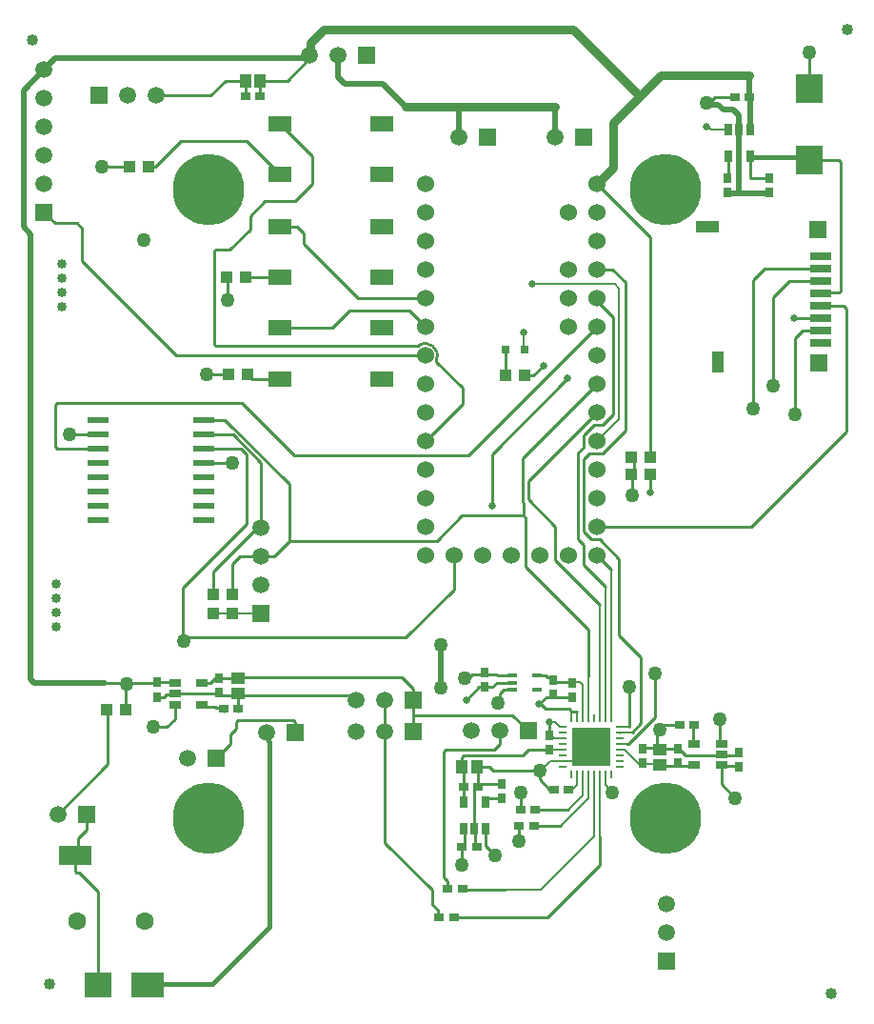
<source format=gtl>
G04*
G04 #@! TF.GenerationSoftware,Altium Limited,Altium Designer,21.9.2 (33)*
G04*
G04 Layer_Physical_Order=1*
G04 Layer_Color=255*
%FSLAX25Y25*%
%MOIN*%
G70*
G04*
G04 #@! TF.SameCoordinates,2E303187-FE1F-4BD8-B44E-E95B7E70DBC6*
G04*
G04*
G04 #@! TF.FilePolarity,Positive*
G04*
G01*
G75*
%ADD15C,0.01000*%
%ADD16R,0.04331X0.03937*%
%ADD17R,0.03150X0.03150*%
%ADD18R,0.02756X0.03543*%
%ADD19R,0.03937X0.04331*%
%ADD20R,0.02559X0.04331*%
%ADD21R,0.07480X0.03150*%
%ADD22R,0.05906X0.05906*%
%ADD23R,0.07874X0.03937*%
%ADD24R,0.03937X0.07284*%
%ADD25R,0.09449X0.10236*%
%ADD26R,0.03543X0.01575*%
%ADD27R,0.03543X0.02756*%
%ADD28R,0.07795X0.02087*%
%ADD29R,0.09449X0.08858*%
%ADD30R,0.11417X0.08858*%
%ADD31R,0.11417X0.06890*%
%ADD32R,0.04000X0.05000*%
%ADD33R,0.05000X0.04000*%
%ADD34R,0.04331X0.02559*%
%ADD35R,0.08268X0.05512*%
%ADD36O,0.00787X0.02756*%
%ADD37O,0.02756X0.00787*%
%ADD62C,0.05000*%
%ADD70C,0.01000*%
%ADD71R,0.13386X0.13386*%
%ADD72C,0.04000*%
%ADD73C,0.00800*%
%ADD74C,0.02000*%
%ADD75C,0.03000*%
%ADD76C,0.00600*%
%ADD77C,0.01500*%
%ADD78C,0.06000*%
%ADD79C,0.05906*%
%ADD80C,0.06299*%
%ADD81R,0.05906X0.05906*%
%ADD82C,0.25000*%
%ADD83C,0.03347*%
%ADD84C,0.02500*%
D15*
X135461Y218497D02*
G03*
X129222Y223405I-3756J1644D01*
G01*
X159752Y213098D02*
Y222000D01*
X159653Y213000D02*
X159752Y213098D01*
X169500Y213000D02*
X173000Y216500D01*
X166347Y213000D02*
X169500D01*
X155000Y185500D02*
X181500Y212000D01*
X155000Y167500D02*
Y185500D01*
X146000Y99500D02*
X150500Y104000D01*
X152500D01*
X144441Y41586D02*
Y48000D01*
X71275Y158275D02*
X71510D01*
X57500Y144500D02*
X71275Y158275D01*
X72877Y159642D02*
X74205D01*
X71510Y158275D02*
X72877Y159642D01*
X57500Y136346D02*
Y144500D01*
X66642Y149642D02*
X74205D01*
X64000Y147000D02*
X66642Y149642D01*
X64000Y136346D02*
Y147000D01*
X148141Y108559D02*
X156500D01*
X235224Y76402D02*
X241024D01*
X37705Y105701D02*
X43980D01*
X83346Y316142D02*
X91205Y324000D01*
X73855Y316142D02*
X83346D01*
X138000Y81414D02*
X138586Y82000D01*
X138000Y37500D02*
Y81414D01*
X138586Y82000D02*
X155563D01*
X138000Y37500D02*
X139441Y36059D01*
Y33500D02*
Y36059D01*
X144559Y33000D02*
X159563D01*
X117500Y49500D02*
X134000Y33000D01*
Y28000D02*
Y33000D01*
X136208Y23733D02*
X136441Y23500D01*
X136208Y23733D02*
Y25792D01*
X134000Y28000D02*
X136208Y25792D01*
X174500Y23500D02*
X192657Y41658D01*
Y51678D01*
X140475Y23500D02*
X174500D01*
X117500Y49500D02*
Y88500D01*
X75500Y274000D02*
X86000D01*
X92000Y280000D02*
Y289846D01*
X86000Y274000D02*
X92000Y280000D01*
X70250Y268750D02*
X75500Y274000D01*
X135461Y218300D02*
X135461Y218497D01*
X135461Y218300D02*
X135461Y217886D01*
X58186Y223405D02*
X129222D01*
X63000Y257000D02*
X70250Y264250D01*
Y268750D01*
X235224Y76402D02*
Y76760D01*
Y70122D02*
Y76402D01*
Y70122D02*
X240205Y65142D01*
X171500Y98000D02*
X173992Y100492D01*
X182705D01*
X176327Y106766D02*
X177296Y105797D01*
X166609Y146237D02*
X188721Y124126D01*
Y107798D02*
Y124126D01*
X177205Y148278D02*
X192657Y132825D01*
X127500Y94142D02*
Y99500D01*
Y88500D02*
Y94142D01*
Y99500D02*
Y100000D01*
Y94142D02*
X162205D01*
X127500Y100000D02*
Y103500D01*
X123500Y107500D02*
X127500Y103500D01*
X127000Y99500D02*
Y100000D01*
X66000Y107500D02*
X123500D01*
X27000Y105500D02*
X37504D01*
X19500D02*
X27000D01*
X26847Y105347D02*
X27000Y105500D01*
X26847Y96000D02*
Y105347D01*
X43882Y92882D02*
Y98000D01*
X41000Y90000D02*
X43882Y92882D01*
X36500Y90000D02*
X41000D01*
X59500Y107059D02*
X65909D01*
X58059D02*
X59500D01*
X218705Y82201D02*
X220646D01*
X212705Y82292D02*
X218614D01*
X207205Y82701D02*
X212264D01*
X222705Y80142D02*
X239142D01*
X107500Y98173D02*
X107500D01*
X104681Y100992D02*
X107500Y98173D01*
X58827Y101642D02*
X59264Y101205D01*
X65355D01*
X150008Y75205D02*
Y76000D01*
X148858Y68646D02*
X149917Y69705D01*
X65909Y107059D02*
X66000Y107150D01*
X56382Y105382D02*
X58059Y107059D01*
X37504Y105500D02*
X37705Y105701D01*
X20500Y77000D02*
Y94000D01*
X210347Y184500D02*
Y261500D01*
X191705Y280142D02*
X210347Y261500D01*
X246500Y246500D02*
X250472Y250472D01*
X246500Y202000D02*
Y246500D01*
X253500Y209500D02*
Y240500D01*
X250472Y250472D02*
X270051D01*
X253500Y240500D02*
X259142Y246142D01*
X270051D01*
X261000Y199500D02*
Y226000D01*
X263819Y228819D01*
X270051D01*
X270031Y237500D02*
X278000D01*
X279000Y236500D01*
Y193500D02*
Y236500D01*
X245642Y160142D02*
X279000Y193500D01*
X191705Y160142D02*
X245642D01*
X152598Y48402D02*
X156000Y45000D01*
X152598Y48402D02*
Y54480D01*
X145086Y80000D02*
X165563D01*
X144500Y76150D02*
Y79414D01*
X145086Y80000D01*
X165563D02*
X167646Y82083D01*
X175205D01*
X145118Y63929D02*
Y74795D01*
X144350Y76000D02*
X144500Y76150D01*
X150008Y76000D02*
X154000D01*
X149650D02*
X150008D01*
X154000D02*
X155358Y74642D01*
X171705D01*
X155563Y82000D02*
X157705Y84142D01*
X144441Y41586D02*
X145027Y41000D01*
X150476Y70264D02*
X158358D01*
X149917Y69705D02*
Y75114D01*
X153815Y65146D02*
X158358D01*
X149000Y48878D02*
Y54339D01*
X148858Y54480D02*
X149000Y54339D01*
X148858Y54480D02*
Y68646D01*
X149673Y48205D02*
X150417D01*
X149000Y48878D02*
X149673Y48205D01*
X145299D02*
Y54299D01*
X164500Y50000D02*
Y55441D01*
X164441Y55500D02*
X164500Y55441D01*
X165000Y61059D02*
Y67000D01*
X164941Y61000D02*
X165000Y61059D01*
X164627Y67000D02*
X165000D01*
X170059Y61000D02*
X181563D01*
X169923Y55500D02*
X179063D01*
X3000Y59500D02*
X20500Y77000D01*
X146582Y107000D02*
X148141Y108559D01*
X145500Y107000D02*
X146582D01*
X207205Y91313D02*
Y114295D01*
X192569Y155642D02*
X199500Y148710D01*
Y122000D02*
X207205Y114295D01*
X199500Y122000D02*
Y148710D01*
X210480Y177032D02*
X210795Y177347D01*
X211500D01*
X210480Y172020D02*
Y177032D01*
X276314Y288402D02*
X276900Y287816D01*
Y242586D02*
Y287816D01*
X266000Y288402D02*
X276314D01*
Y242000D02*
X276900Y242586D01*
X270240Y242000D02*
X276314D01*
X270051Y241811D02*
X270240Y242000D01*
X270041Y233160D02*
X270051Y233150D01*
X260716Y233160D02*
X270041D01*
X193569Y185642D02*
X201705Y193778D01*
X197500Y199573D02*
Y233347D01*
X197205Y250142D02*
X201705Y245642D01*
X193569Y195642D02*
X197500Y199573D01*
X201705Y193778D02*
Y245642D01*
X191705Y239142D02*
X197500Y233347D01*
X191705Y250142D02*
X197205D01*
X266000Y313598D02*
Y326000D01*
X231082Y308500D02*
X233082Y310500D01*
X230000Y308500D02*
X231082D01*
X233082Y310500D02*
X240000D01*
X68921Y247425D02*
X80705D01*
X68846Y247500D02*
X68921Y247425D01*
X176327Y106766D02*
Y106843D01*
X171205Y108000D02*
X173765D01*
X174218Y107548D02*
X175622D01*
X173765Y108000D02*
X174218Y107548D01*
X175622D02*
X176327Y106843D01*
X171500Y98000D02*
X171906D01*
X182079Y96299D02*
X182815Y95563D01*
X173607Y96299D02*
X182079D01*
X171906Y98000D02*
X173607Y96299D01*
X182815Y95563D02*
X184783D01*
X155000Y103941D02*
X156559Y105500D01*
X152500Y103941D02*
X155000D01*
X157765Y101620D02*
X159086Y102941D01*
X157765Y99265D02*
Y101620D01*
X157000Y98500D02*
X157765Y99265D01*
X18500Y286000D02*
X28153D01*
X62154Y247500D02*
X62500Y247153D01*
Y239500D02*
Y247153D01*
X55000Y213500D02*
X62653D01*
X57600Y256414D02*
X58186Y257000D01*
X63000D01*
X57600Y223990D02*
X58186Y223405D01*
X57600Y223990D02*
Y256414D01*
X11500Y253000D02*
Y264584D01*
X2072Y266275D02*
X9809D01*
X11500Y264584D01*
X135461Y217886D02*
X144705Y208642D01*
X-1795Y270142D02*
X2072Y266275D01*
X11500Y253000D02*
X44358Y220142D01*
X131705D01*
X53890Y182500D02*
X53969Y182421D01*
X64079D01*
X64158Y182342D01*
X53890Y187500D02*
X67000D01*
X69000Y185500D01*
X64263Y192500D02*
X74205Y182558D01*
X53890Y192500D02*
X64263D01*
X46705Y138705D02*
X69000Y161000D01*
Y185500D01*
X53890Y197500D02*
X61525D01*
X84000Y155258D02*
Y175025D01*
X74205Y159642D02*
Y182558D01*
X61525Y197500D02*
X84000Y175025D01*
X7000Y192500D02*
X17000D01*
X2586Y187500D02*
X17000D01*
X2586Y203500D02*
X67500D01*
X2000Y202914D02*
X2586Y203500D01*
X2000Y188086D02*
X2586Y187500D01*
X2000Y188086D02*
Y202914D01*
X43882Y98000D02*
X43980Y97902D01*
X165781Y164218D02*
X166205Y164642D01*
X165705Y164142D02*
X165781Y164218D01*
X166609Y163391D01*
X84000Y155000D02*
Y155258D01*
X166609Y146237D02*
Y163391D01*
X84000Y155258D02*
X135659D01*
X144543Y164142D02*
X165705D01*
X135659Y155258D02*
X144543Y164142D01*
X85818Y185182D02*
X146745D01*
X67500Y203500D02*
X85818Y185182D01*
X146745D02*
X191705Y230142D01*
X46705Y121287D02*
Y138705D01*
X78642Y149642D02*
X84000Y155000D01*
X159086Y102941D02*
X162169D01*
X156559Y105500D02*
X162169D01*
X239142Y80142D02*
X239208Y80208D01*
X240649D01*
X241500Y81059D01*
X234705Y84760D02*
Y92642D01*
Y84760D02*
X235224Y84240D01*
X157059Y108000D02*
X162155D01*
X218705Y76402D02*
X225480D01*
X156500Y108559D02*
X157059Y108000D01*
X61551Y316051D02*
X68646D01*
X56500Y311000D02*
X61551Y316051D01*
X37500Y311000D02*
X56500D01*
X237573Y282262D02*
Y289604D01*
X237760Y289791D01*
X237386Y282075D02*
X237573Y282262D01*
X204000Y177847D02*
X204654Y178500D01*
X204000Y171000D02*
Y177847D01*
X237471Y298951D02*
X237760Y299240D01*
X245313Y289719D02*
X245532Y289500D01*
X245240Y289791D02*
X245313Y289719D01*
X251886Y282166D02*
X252552Y281500D01*
X245386Y282075D02*
X245477Y282166D01*
X251886D01*
X245313Y282148D02*
X245386Y282075D01*
X245313Y282148D02*
Y289719D01*
X237386Y276957D02*
X237477Y276866D01*
X245240Y299240D02*
X245313Y299313D01*
X124787Y121287D02*
X141705Y138205D01*
X46705Y121287D02*
X124787D01*
X141705Y138205D02*
Y150142D01*
X170445Y108382D02*
X170685Y108142D01*
X177296Y105792D02*
Y105797D01*
X63500Y87500D02*
X65500Y89500D01*
X66086Y92500D02*
X85414D01*
X65500Y91914D02*
X66086Y92500D01*
X63500Y84000D02*
Y87500D01*
X65500Y89500D02*
Y91914D01*
X58500Y79000D02*
X63500Y84000D01*
X9487Y39000D02*
X10500D01*
X8902Y39586D02*
Y45130D01*
Y39586D02*
X9487Y39000D01*
X10500D02*
X17169Y32331D01*
Y-146D02*
Y32331D01*
X10000Y46228D02*
Y51000D01*
X8902Y45130D02*
X10000Y46228D01*
X13000Y54000D02*
Y59500D01*
X10000Y51000D02*
X13000Y54000D01*
X186752Y86094D02*
X189705Y83142D01*
X13000Y59500D02*
X15232Y57268D01*
X66059Y96500D02*
Y100846D01*
Y95500D02*
Y96500D01*
X55500Y0D02*
Y0D01*
X85414Y92500D02*
X86000Y91914D01*
Y88000D02*
Y91914D01*
X117500Y88500D02*
Y99500D01*
X67000Y100992D02*
X104681D01*
X58255Y96745D02*
X59696D01*
X60021Y96420D02*
X60143D01*
X60941Y95500D02*
Y95622D01*
X59696Y96745D02*
X60021Y96420D01*
X58000Y97000D02*
X58255Y96745D01*
X55680Y97000D02*
X58000D01*
X60143Y96420D02*
X60941Y95622D01*
X54315Y97902D02*
X55094Y97122D01*
X55558D01*
X55680Y97000D01*
X65355Y101205D02*
X66000Y101850D01*
X66059Y100846D02*
X66205Y100992D01*
X53429Y97902D02*
X54315D01*
X43980Y101642D02*
X58827D01*
X40901Y101315D02*
X43654D01*
X37787Y100500D02*
X40086D01*
X40901Y101315D01*
X43654D02*
X43980Y101642D01*
X37705Y100583D02*
X37787Y100500D01*
X73764Y310642D02*
Y316051D01*
X204654Y178500D02*
Y184500D01*
X185000Y185750D02*
X187205Y187954D01*
X185000Y155847D02*
Y185750D01*
Y155847D02*
X187205Y153642D01*
X80705Y301142D02*
X92000Y289846D01*
X69346Y213500D02*
X70921Y211925D01*
X80705D01*
X34846Y286000D02*
X37000D01*
X46000Y295000D01*
X69130D01*
X80705Y283425D01*
X191705Y150142D02*
X196595Y145252D01*
X203095Y90031D02*
Y104032D01*
X203205Y104142D01*
X167705Y176142D02*
X191705Y200142D01*
X187205Y187954D02*
Y192006D01*
X190841Y195642D01*
X193569D01*
X191705Y239142D02*
Y240142D01*
X167705Y169712D02*
Y176142D01*
Y169712D02*
X177205Y160212D01*
X189841Y155642D02*
X192569D01*
X187205Y158278D02*
X189841Y155642D01*
X187205Y158278D02*
Y183642D01*
X189205Y185642D01*
X193569D01*
X165705Y168883D02*
X166205Y168383D01*
X165705Y168883D02*
Y184142D01*
X191705Y210142D01*
X171705Y74642D02*
X172327Y75264D01*
X171705Y71642D02*
Y74642D01*
Y71642D02*
X175205Y68142D01*
X176587D01*
X202189Y84126D02*
X202846D01*
X212205Y93485D01*
X199547Y88063D02*
X199579Y88032D01*
X203923D02*
X207205Y91313D01*
X212205Y93485D02*
Y108642D01*
X213295Y76402D02*
X218705D01*
X225480Y83882D02*
Y90358D01*
X215205Y90642D02*
X220646D01*
Y82201D02*
X222705Y80142D01*
X212705Y82292D02*
Y88142D01*
X53429Y105382D02*
X56382D01*
X162205Y94142D02*
X167705Y88642D01*
X157705Y84142D02*
Y88642D01*
X175205Y87201D02*
Y87701D01*
Y91642D01*
X177296Y105792D02*
X182705D01*
X68646Y310642D02*
Y316051D01*
X131705Y190142D02*
X144705Y203142D01*
Y208642D01*
X108205Y240142D02*
X131705D01*
X89205Y259142D02*
X108205Y240142D01*
X89205Y259142D02*
Y262642D01*
X86705Y265142D02*
X89205Y262642D01*
X80705Y265142D02*
X86705D01*
X80705Y229642D02*
X99205D01*
X105205Y235642D01*
X126205D01*
X131705Y230142D01*
X187205Y146642D02*
Y153642D01*
Y146642D02*
X194626Y139220D01*
X177205Y148278D02*
Y160212D01*
X166205Y164642D02*
Y168383D01*
X74205Y149642D02*
X78642D01*
D16*
X166347Y213000D02*
D03*
X159653D02*
D03*
X20154Y96000D02*
D03*
X26847D02*
D03*
X34846Y286000D02*
D03*
X28153D02*
D03*
X68846Y247500D02*
D03*
X62154D02*
D03*
X69346Y213500D02*
D03*
X62653D02*
D03*
X210347Y178500D02*
D03*
X203654D02*
D03*
X203654Y184500D02*
D03*
X210347D02*
D03*
D17*
X159752Y222000D02*
D03*
X166248D02*
D03*
D18*
X251886Y276957D02*
D03*
Y282075D02*
D03*
X183000Y100441D02*
D03*
Y105559D02*
D03*
X152500Y109059D02*
D03*
Y103941D02*
D03*
X237386Y276957D02*
D03*
Y282075D02*
D03*
X176500Y106559D02*
D03*
Y101441D02*
D03*
X158358Y65146D02*
D03*
Y70264D02*
D03*
X175205Y82083D02*
D03*
Y87201D02*
D03*
X59500Y107059D02*
D03*
Y101941D02*
D03*
X37705Y105701D02*
D03*
Y100583D02*
D03*
X207654Y77472D02*
D03*
Y82590D02*
D03*
X220065Y77472D02*
D03*
Y82590D02*
D03*
X241500Y75941D02*
D03*
Y81059D02*
D03*
D19*
X57500Y136346D02*
D03*
Y129654D02*
D03*
X64000Y136346D02*
D03*
Y129654D02*
D03*
D20*
X145118Y63929D02*
D03*
X152598D02*
D03*
Y54480D02*
D03*
X148858D02*
D03*
X145118D02*
D03*
X245240Y289791D02*
D03*
X237760D02*
D03*
Y299240D02*
D03*
X241500D02*
D03*
X245240D02*
D03*
D21*
X270051Y254803D02*
D03*
Y250472D02*
D03*
Y246142D02*
D03*
Y241811D02*
D03*
Y237480D02*
D03*
Y233150D02*
D03*
Y228819D02*
D03*
Y224488D02*
D03*
D22*
X269500Y217500D02*
D03*
X269000Y264000D02*
D03*
X187000Y296500D02*
D03*
X17500Y311000D02*
D03*
X127500Y99500D02*
D03*
X86000Y88000D02*
D03*
X58500Y79000D02*
D03*
X13000Y59500D02*
D03*
X167705Y88642D02*
D03*
X127500Y88500D02*
D03*
X153500Y296500D02*
D03*
X111000Y325000D02*
D03*
D23*
X230532Y265000D02*
D03*
D24*
X233878Y217791D02*
D03*
D25*
X266000Y288402D02*
D03*
Y313598D02*
D03*
D26*
X162169Y108059D02*
D03*
Y105500D02*
D03*
Y102941D02*
D03*
X170831D02*
D03*
Y108059D02*
D03*
D27*
X240000Y310500D02*
D03*
X245118D02*
D03*
X164941Y61000D02*
D03*
X170059D02*
D03*
X164441Y55500D02*
D03*
X169559D02*
D03*
X144941Y69000D02*
D03*
X150059D02*
D03*
X144441Y48000D02*
D03*
X149559D02*
D03*
X181705Y68142D02*
D03*
X176587D02*
D03*
X225764Y90642D02*
D03*
X220646D02*
D03*
X139441Y33500D02*
D03*
X144559D02*
D03*
X136441Y23500D02*
D03*
X141559D02*
D03*
X73764Y310642D02*
D03*
X68646D02*
D03*
X60941Y96500D02*
D03*
X66059D02*
D03*
D28*
X17000Y197500D02*
D03*
Y192500D02*
D03*
Y187500D02*
D03*
Y182500D02*
D03*
Y177500D02*
D03*
Y172500D02*
D03*
Y167500D02*
D03*
Y162500D02*
D03*
X53890Y197500D02*
D03*
Y192500D02*
D03*
Y187500D02*
D03*
Y182500D02*
D03*
Y177500D02*
D03*
Y172500D02*
D03*
Y167500D02*
D03*
Y162500D02*
D03*
D29*
X17169Y-146D02*
D03*
D30*
X34492D02*
D03*
D31*
X8902Y45130D02*
D03*
D32*
X149650Y76000D02*
D03*
X144350D02*
D03*
X68555Y316142D02*
D03*
X73855D02*
D03*
D33*
X66000Y101850D02*
D03*
Y107150D02*
D03*
X213706Y82113D02*
D03*
Y76813D02*
D03*
D34*
X43980Y105382D02*
D03*
Y101642D02*
D03*
Y97902D02*
D03*
X53429D02*
D03*
Y105382D02*
D03*
X235224Y76760D02*
D03*
Y80500D02*
D03*
Y84240D02*
D03*
X225776D02*
D03*
Y76760D02*
D03*
D35*
X116532Y247425D02*
D03*
Y265142D02*
D03*
X80705Y247425D02*
D03*
Y265142D02*
D03*
X116532Y211925D02*
D03*
Y229642D02*
D03*
X80705Y211925D02*
D03*
Y229642D02*
D03*
X116532Y283425D02*
D03*
Y301142D02*
D03*
X80705Y283425D02*
D03*
Y301142D02*
D03*
D36*
X182815Y92984D02*
D03*
X184783D02*
D03*
X186752D02*
D03*
X188721D02*
D03*
X190689D02*
D03*
X192657D02*
D03*
X194626D02*
D03*
X196595D02*
D03*
Y73299D02*
D03*
X194626D02*
D03*
X192657D02*
D03*
X190689D02*
D03*
X188721D02*
D03*
X186752D02*
D03*
X184783D02*
D03*
X182815D02*
D03*
D37*
X199547Y90031D02*
D03*
Y88063D02*
D03*
Y86094D02*
D03*
Y84126D02*
D03*
Y82157D02*
D03*
Y80189D02*
D03*
Y78220D02*
D03*
Y76252D02*
D03*
X179862D02*
D03*
Y78220D02*
D03*
Y80189D02*
D03*
Y82157D02*
D03*
Y84126D02*
D03*
Y86094D02*
D03*
Y88063D02*
D03*
Y90031D02*
D03*
D62*
X27000Y105000D02*
D03*
X47205Y120142D02*
D03*
X33000Y260354D02*
D03*
X36500Y90000D02*
D03*
X261000Y199500D02*
D03*
X246500Y201500D02*
D03*
X253500Y209500D02*
D03*
X156000Y45000D02*
D03*
X164500Y50000D02*
D03*
X165000Y67000D02*
D03*
X145500Y107000D02*
D03*
X240205Y65142D02*
D03*
X144358Y41705D02*
D03*
X266000Y326000D02*
D03*
X230000Y308500D02*
D03*
X157000Y98500D02*
D03*
X18500Y286000D02*
D03*
X62500Y239500D02*
D03*
X55000Y213500D02*
D03*
X64158Y182342D02*
D03*
X7000Y192500D02*
D03*
X234705Y92642D02*
D03*
X204000Y171000D02*
D03*
X137205Y103642D02*
D03*
X203205Y104142D02*
D03*
X212205Y108642D02*
D03*
X171705Y74642D02*
D03*
X137205Y118642D02*
D03*
X197205Y67142D02*
D03*
X213705Y89142D02*
D03*
D70*
X135461Y218300D02*
D03*
D71*
X189705Y83142D02*
D03*
D72*
X-6000Y330500D02*
D03*
X279500Y334000D02*
D03*
X0Y0D02*
D03*
X273705Y-3358D02*
D03*
D73*
X166000Y222248D02*
Y228000D01*
Y222248D02*
X166248Y222000D01*
X64000Y129642D02*
X74205D01*
X59012D02*
X64000D01*
X57500Y131154D02*
X59012Y129642D01*
X172000Y33000D02*
X190689Y51689D01*
X159563Y33000D02*
X172000D01*
X190689Y51689D02*
Y73299D01*
X192657Y51678D02*
Y73299D01*
X182705Y105792D02*
X185708D01*
X186752Y104748D01*
X175205Y87701D02*
X176811Y86094D01*
X181563Y61000D02*
X186752Y66189D01*
X179063Y55500D02*
X188721Y65158D01*
Y73299D01*
X186752Y66189D02*
Y73299D01*
X181705Y68142D02*
X183205D01*
X184783Y69721D01*
X196595Y92984D02*
Y145252D01*
X194626Y92984D02*
Y139220D01*
X199547Y90031D02*
X203095D01*
X192657Y92984D02*
Y132500D01*
X188721Y92984D02*
Y107798D01*
X175284Y78220D02*
X179862D01*
X184783Y69721D02*
Y73299D01*
X175630Y82157D02*
X179862D01*
X176811Y86094D02*
X179862D01*
X172327Y75264D02*
X175284Y78220D01*
X194626Y69721D02*
Y73299D01*
Y69721D02*
X197205Y67142D01*
X199547Y84126D02*
X202189D01*
X199579Y88032D02*
X203923D01*
X186752Y92984D02*
Y104748D01*
X199579Y82126D02*
X201220D01*
X206355Y76992D01*
X212705D01*
X178815Y90031D02*
X179862D01*
X177205Y91642D02*
X178815Y90031D01*
X182815Y92984D02*
Y95531D01*
X184783Y92984D02*
Y95563D01*
X175205Y91642D02*
X177205D01*
D74*
X-6500Y106672D02*
Y262500D01*
Y106672D02*
X-5328Y105500D01*
X19500D01*
X143500Y296500D02*
Y306500D01*
X144000Y307000D01*
X177000Y296500D02*
Y307000D01*
Y295500D02*
Y296500D01*
X116784Y315062D02*
X124846Y307000D01*
X245313Y299313D02*
Y310500D01*
X90452Y324753D02*
X91205Y324000D01*
X101000Y317500D02*
X103438Y315062D01*
X101000Y317500D02*
Y325000D01*
X103438Y315062D02*
X116784D01*
X88443Y324000D02*
X89196Y324753D01*
X30846Y324000D02*
X88443D01*
X89196Y324753D02*
X90452D01*
X245118Y310500D02*
Y318000D01*
X230574Y307926D02*
X234074D01*
X230000Y308500D02*
X230574Y307926D01*
X234074D02*
X236000Y306000D01*
X-9000Y265000D02*
Y312937D01*
X-1795Y320142D01*
X-9000Y265000D02*
X-6500Y262500D01*
X241500Y276866D02*
Y299240D01*
X239500Y306000D02*
X241500Y304000D01*
X236000Y306000D02*
X239500D01*
X241500Y299240D02*
Y304000D01*
Y276866D02*
X251886D01*
X237477D02*
X241500D01*
X2205Y324142D02*
X30705D01*
X-1795Y320142D02*
X2205Y324142D01*
X30705D02*
X30846Y324000D01*
X137205Y103642D02*
Y118642D01*
D75*
X183500Y334000D02*
X206750Y310750D01*
X197500Y301500D02*
X214000Y318000D01*
X96000Y334000D02*
X183500D01*
X144000Y307000D02*
X177000D01*
X124846D02*
X144000D01*
X91000Y325000D02*
X91500Y325500D01*
Y329500D01*
X96000Y334000D01*
X214000Y318000D02*
X245118D01*
X197500Y285937D02*
Y301500D01*
X191705Y280142D02*
X197500Y285937D01*
D76*
X184783Y78220D02*
X189705Y83142D01*
X179862Y78220D02*
X184783D01*
X230585Y300269D02*
X231614Y299240D01*
X230070Y300269D02*
X230585D01*
X231614Y299240D02*
X237760D01*
X169000Y245000D02*
X198000D01*
X199500Y243500D01*
Y197937D02*
Y243500D01*
X191705Y190142D02*
X199500Y197937D01*
X270031Y237500D02*
X270051Y237480D01*
D77*
X245532Y289500D02*
X268500D01*
X76843Y85076D02*
Y88162D01*
X77000Y20000D02*
Y84919D01*
X57000Y0D02*
X77000Y20000D01*
X76843Y88162D02*
X77000Y88319D01*
X76843Y85076D02*
X77000Y84919D01*
X34492Y0D02*
X55500D01*
Y0D02*
X57000D01*
D78*
X191705Y260142D02*
D03*
X181705Y270142D02*
D03*
X131705Y280142D02*
D03*
Y270142D02*
D03*
Y260142D02*
D03*
Y250142D02*
D03*
Y240142D02*
D03*
Y230142D02*
D03*
Y220142D02*
D03*
Y210142D02*
D03*
Y200142D02*
D03*
Y190142D02*
D03*
Y180142D02*
D03*
Y170142D02*
D03*
Y160142D02*
D03*
Y150142D02*
D03*
X141705D02*
D03*
X151705D02*
D03*
X161705D02*
D03*
X181705D02*
D03*
X191705D02*
D03*
Y160142D02*
D03*
Y170142D02*
D03*
Y180142D02*
D03*
Y190142D02*
D03*
Y200142D02*
D03*
Y210142D02*
D03*
Y220142D02*
D03*
Y230142D02*
D03*
Y240142D02*
D03*
Y250142D02*
D03*
Y270142D02*
D03*
Y280142D02*
D03*
X171705Y150142D02*
D03*
X181705Y250142D02*
D03*
Y240142D02*
D03*
Y230142D02*
D03*
D79*
X177000Y296500D02*
D03*
X37500Y311000D02*
D03*
X27500D02*
D03*
X107500Y99500D02*
D03*
X117500D02*
D03*
X76000Y88000D02*
D03*
X48500Y79000D02*
D03*
X3000Y59500D02*
D03*
X216200Y18142D02*
D03*
Y28142D02*
D03*
X-1795Y280142D02*
D03*
Y290142D02*
D03*
Y300142D02*
D03*
Y310142D02*
D03*
Y320142D02*
D03*
X157705Y88642D02*
D03*
X147705D02*
D03*
X117500Y88500D02*
D03*
X107500D02*
D03*
X143500Y296500D02*
D03*
X74205Y159642D02*
D03*
Y149642D02*
D03*
Y139642D02*
D03*
X101000Y325000D02*
D03*
X91000D02*
D03*
D80*
X33311Y22000D02*
D03*
X9689D02*
D03*
D81*
X216200Y8142D02*
D03*
X-1795Y270142D02*
D03*
X74205Y129642D02*
D03*
D82*
X215705Y58142D02*
D03*
X55705D02*
D03*
X215705Y278142D02*
D03*
X55705D02*
D03*
D83*
X2500Y140000D02*
D03*
Y135000D02*
D03*
Y130000D02*
D03*
Y125000D02*
D03*
X4500Y252000D02*
D03*
Y247000D02*
D03*
Y242000D02*
D03*
Y237000D02*
D03*
D84*
X166000Y228000D02*
D03*
X181500Y212000D02*
D03*
X173000Y216500D02*
D03*
X155000Y167500D02*
D03*
X146000Y99500D02*
D03*
X230070Y300269D02*
D03*
X169000Y245000D02*
D03*
X210480Y172020D02*
D03*
X260716Y233160D02*
D03*
X171500Y98000D02*
D03*
X175205Y91642D02*
D03*
M02*

</source>
